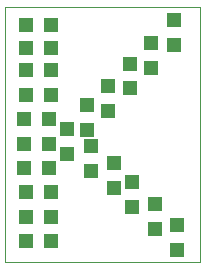
<source format=gtp>
G75*
%MOIN*%
%OFA0B0*%
%FSLAX24Y24*%
%IPPOS*%
%LPD*%
%AMOC8*
5,1,8,0,0,1.08239X$1,22.5*
%
%ADD10C,0.0000*%
%ADD11R,0.0472X0.0472*%
D10*
X002267Y002517D02*
X002267Y011017D01*
X008767Y011017D01*
X008767Y002517D01*
X002267Y002517D01*
D11*
X002978Y003204D03*
X002978Y004017D03*
X002978Y004829D03*
X002916Y005642D03*
X002916Y006454D03*
X002916Y007267D03*
X002978Y008079D03*
X002978Y008892D03*
X002978Y009642D03*
X002978Y010392D03*
X003805Y010392D03*
X003805Y009642D03*
X003805Y008892D03*
X003805Y008079D03*
X003743Y007267D03*
X004329Y006930D03*
X003743Y006454D03*
X004329Y006103D03*
X003743Y005642D03*
X003805Y004829D03*
X003805Y004017D03*
X003805Y003204D03*
X005892Y004978D03*
X006517Y005180D03*
X005892Y005805D03*
X005142Y005541D03*
X005142Y006368D03*
X005017Y006916D03*
X005017Y007743D03*
X005704Y007541D03*
X005704Y008368D03*
X006454Y008291D03*
X007142Y008978D03*
X006454Y009118D03*
X007142Y009805D03*
X007892Y009728D03*
X007892Y010555D03*
X007267Y004430D03*
X006517Y004353D03*
X007267Y003603D03*
X008017Y003743D03*
X008017Y002916D03*
M02*

</source>
